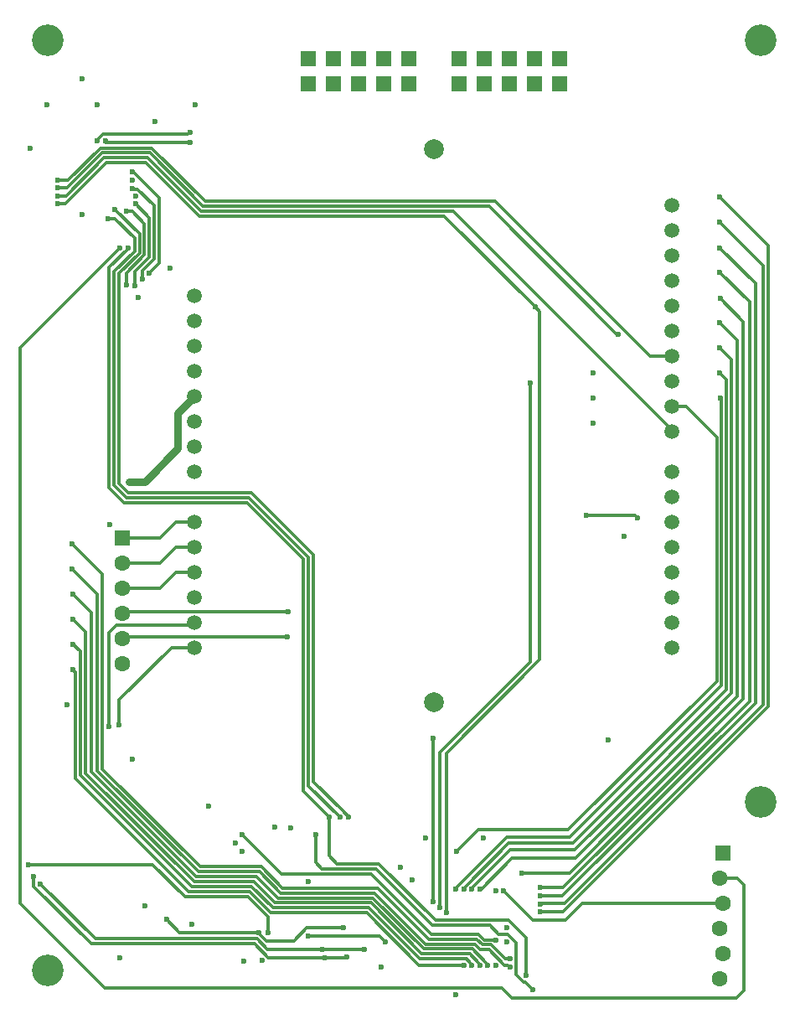
<source format=gbl>
G04*
G04 #@! TF.GenerationSoftware,Altium Limited,Altium Designer,19.0.14 (431)*
G04*
G04 Layer_Physical_Order=4*
G04 Layer_Color=16711680*
%FSLAX44Y44*%
%MOMM*%
G71*
G01*
G75*
%ADD55C,0.3000*%
%ADD57C,0.8000*%
%ADD59R,1.6000X1.6000*%
%ADD60C,2.0000*%
%ADD61C,1.5000*%
%ADD62C,3.2000*%
%ADD63R,1.6000X1.6000*%
%ADD64C,1.6000*%
%ADD65C,0.6000*%
D55*
X501488Y45118D02*
X504324D01*
X485740Y60866D02*
X501488Y45118D01*
X506621Y51633D02*
X506636Y51618D01*
X513136Y35686D02*
Y68328D01*
X502044Y51633D02*
X506621D01*
X487811Y65866D02*
X502044Y51633D01*
X476278Y45136D02*
Y45948D01*
X468278Y45136D02*
Y45948D01*
X465970Y56636D02*
X474778Y47828D01*
Y47448D02*
Y47828D01*
Y47448D02*
X476278Y45948D01*
X468970Y61636D02*
X482778Y47828D01*
X476811Y60866D02*
X485740D01*
X471041Y66636D02*
X476811Y60866D01*
X478882Y65866D02*
X487811D01*
X473112Y71636D02*
X478882Y65866D01*
X480953Y70866D02*
X492216D01*
X475183Y76636D02*
X480953Y70866D01*
X484278Y45136D02*
Y45948D01*
X486850Y85424D02*
X495472Y76802D01*
X504662D01*
X715780Y331986D02*
Y578858D01*
X565658Y181864D02*
X715780Y331986D01*
X474472Y181864D02*
X565658D01*
X449674Y807118D02*
X670400Y586392D01*
Y584190D02*
Y586392D01*
Y609590D02*
X685048D01*
X715780Y578858D01*
X72486Y237642D02*
X185574Y124554D01*
X267154Y103190D02*
X364039D01*
X78072Y239127D02*
X187645Y129554D01*
X269449Y108190D02*
X366110D01*
X83914Y240356D02*
X189716Y134554D01*
X272159Y113190D02*
X368181D01*
X89756Y241585D02*
X191787Y139554D01*
X275007Y118190D02*
X370252D01*
X95090Y243322D02*
X193858Y144554D01*
X277078Y123190D02*
X373634D01*
X255715Y144554D02*
X277078Y123190D01*
X193858Y144554D02*
X255715D01*
X253643Y139554D02*
X275007Y118190D01*
X191787Y139554D02*
X253643D01*
X250795Y134554D02*
X272159Y113190D01*
X189716Y134554D02*
X250795D01*
X248085Y129554D02*
X269449Y108190D01*
X187645Y129554D02*
X248085D01*
X245790Y124554D02*
X267154Y103190D01*
X185574Y124554D02*
X245790D01*
X614680Y683006D02*
X616204D01*
X485568Y812118D02*
X614680Y683006D01*
X116922Y512826D02*
X241046D01*
X101848Y527900D02*
Y750008D01*
X118993Y517826D02*
X243117D01*
X106848Y529971D02*
Y746200D01*
X101848Y527900D02*
X116922Y512826D01*
X106848Y529971D02*
X118993Y517826D01*
X121064Y522826D02*
X245188D01*
X111848Y532042D02*
X121064Y522826D01*
X111848Y532042D02*
Y744129D01*
X128364Y814314D02*
X142404Y800274D01*
Y760543D02*
Y800274D01*
X137404Y762614D02*
Y794100D01*
X124810Y806694D02*
X137404Y794100D01*
X119220Y806694D02*
X124810D01*
X127404Y766757D02*
Y779630D01*
X107696Y799338D02*
X127404Y779630D01*
X100838Y799338D02*
X107696D01*
X243719Y119554D02*
X265083Y98190D01*
X182028Y119554D02*
X243719D01*
X67404Y234178D02*
X182028Y119554D01*
X241648Y114554D02*
X262128Y94074D01*
X178148Y114554D02*
X241648D01*
X145636Y147066D02*
X178148Y114554D01*
X736640Y133056D02*
X743204Y126492D01*
Y19812D02*
Y126492D01*
X735330Y11938D02*
X743204Y19812D01*
X767765Y306438D02*
Y772321D01*
X718914Y821173D02*
X767765Y772321D01*
X308356Y230632D02*
X337416Y201572D01*
X107696Y808736D02*
X132404Y784028D01*
X106848Y746200D02*
X127404Y766757D01*
X152404Y754280D02*
Y820542D01*
X147404Y758472D02*
Y812726D01*
X265083Y98190D02*
X361968D01*
X303356Y226488D02*
X334772Y195072D01*
X303356Y226488D02*
Y457587D01*
X243117Y517826D02*
X303356Y457587D01*
X245188Y522826D02*
X308356Y459658D01*
X111848Y744129D02*
X132404Y764685D01*
X308356Y230632D02*
Y459658D01*
X298196Y221234D02*
Y455676D01*
X241046Y512826D02*
X298196Y455676D01*
X371174Y142668D02*
X428418Y85424D01*
X261595Y61076D02*
X359632D01*
X262524Y53076D02*
X341724D01*
X25400Y124666D02*
X83334Y66732D01*
X248868D01*
X262524Y53076D01*
X504662Y76802D02*
X513136Y68328D01*
Y35686D02*
X520525Y28297D01*
X522117D01*
X529844Y20570D01*
X126120Y846826D02*
X152404Y820542D01*
X125570Y846826D02*
X126120D01*
X130642Y829488D02*
X147404Y812726D01*
X125632Y829488D02*
X130642D01*
X125058Y830062D02*
X125632Y829488D01*
X343865Y195123D02*
Y195172D01*
Y195123D02*
X343916Y195072D01*
X428418Y85424D02*
X486850D01*
X101848Y750008D02*
X120904Y769064D01*
Y769874D01*
X32258Y127000D02*
X87526Y71732D01*
X250939D01*
X261595Y61076D01*
X25400Y124666D02*
Y134874D01*
X337464Y201572D02*
X343865Y195172D01*
X301244Y82804D02*
X338836D01*
X288290Y69850D02*
X301244Y82804D01*
X260584Y69850D02*
X288290D01*
X254738Y75696D02*
X260584Y69850D01*
X254738Y75696D02*
Y75920D01*
X253238Y77420D02*
X254738Y75920D01*
X253238Y77420D02*
Y78232D01*
X452882Y160274D02*
X474472Y181864D01*
X19812Y147066D02*
X145636D01*
X12042Y107338D02*
Y669394D01*
Y107338D02*
X97282Y22098D01*
X12042Y669394D02*
X112776Y770128D01*
X527050Y351241D02*
Y633222D01*
X435864Y260055D02*
X527050Y351241D01*
X532384Y710184D02*
X536702Y705866D01*
X435864Y103378D02*
Y260055D01*
X440450Y802118D02*
X532384Y710184D01*
X98806Y855980D02*
X138684D01*
X192546Y802118D01*
X57346Y814520D02*
X98806Y855980D01*
X192546Y802118D02*
X440450D01*
X49422Y814520D02*
X57346D01*
X442468Y98552D02*
Y259588D01*
X380586Y68570D02*
Y68824D01*
X374998Y74412D02*
X380586Y68824D01*
X302862Y74412D02*
X374998D01*
X536702Y353822D02*
Y705866D01*
X442468Y259588D02*
X536702Y353822D01*
X429260Y109220D02*
Y262382D01*
X429514Y262636D01*
Y274828D01*
X324104Y155702D02*
X332138Y147668D01*
X324104Y155702D02*
Y195326D01*
X332138Y147668D02*
X374048D01*
X431292Y90424D01*
X316818Y142668D02*
X371174D01*
X431292Y90424D02*
X505592D01*
X522986Y73030D01*
Y35028D02*
Y73030D01*
X427554Y76636D02*
X475183D01*
X425188Y71636D02*
X473112D01*
X421806Y66636D02*
X471041D01*
X419735Y61636D02*
X468970D01*
X417664Y56636D02*
X465970D01*
X462970Y51636D02*
X466778Y47828D01*
X415593Y51636D02*
X462970D01*
X364039Y103190D02*
X415593Y51636D01*
X366110Y108190D02*
X417664Y56636D01*
X368181Y113190D02*
X419735Y61636D01*
X370252Y118190D02*
X421806Y66636D01*
X373634Y123190D02*
X425188Y71636D01*
X366522Y137668D02*
X427554Y76636D01*
X310388Y149098D02*
Y176784D01*
Y149098D02*
X316818Y142668D01*
X415022Y45136D02*
X460278D01*
X361968Y98190D02*
X415022Y45136D01*
X275590Y137668D02*
X366522D01*
X506898Y161788D02*
X572610D01*
X469778Y124668D02*
X506898Y161788D01*
X670400Y584190D02*
X671365Y585155D01*
X466778Y47448D02*
Y47828D01*
Y47448D02*
X468278Y45948D01*
X482778Y47448D02*
Y47828D01*
X508508Y11938D02*
X735330D01*
X498348Y22098D02*
X508508Y11938D01*
X97282Y22098D02*
X498348D01*
X504324Y45118D02*
X505824Y43618D01*
X506636D01*
X482778Y47448D02*
X484278Y45948D01*
X236474Y176784D02*
X275590Y137668D01*
X718914Y133056D02*
X736640D01*
X142334Y744210D02*
X152404Y754280D01*
X135730Y746798D02*
X147404Y758472D01*
X128110Y746249D02*
X142404Y760543D01*
X119220Y744430D02*
X137404Y762614D01*
X132404Y764685D02*
Y784028D01*
X135730Y738114D02*
Y746798D01*
X128110Y732018D02*
Y746249D01*
X119220Y732272D02*
Y744430D01*
X112014Y313182D02*
X164582Y365750D01*
X112014Y288290D02*
Y313182D01*
X101346Y286512D02*
X101600Y286258D01*
X95090Y243322D02*
Y440426D01*
X89756Y241585D02*
Y420360D01*
X83914Y240356D02*
Y401818D01*
X164582Y365750D02*
X187800D01*
X108966Y388620D02*
X180043D01*
X180277Y388854D01*
X185504D01*
X187800Y391150D01*
X101346Y381000D02*
X108966Y388620D01*
X101346Y286512D02*
Y381000D01*
X262128Y77978D02*
Y94074D01*
X298196Y221234D02*
X324104Y195326D01*
X337416Y201572D02*
X337464D01*
X116758Y402150D02*
X282702D01*
X635403Y496814D02*
X636110D01*
X632853Y499364D02*
X635403Y496814D01*
X584200Y499364D02*
X632853D01*
X282702Y402150D02*
X282956D01*
X116758Y376750D02*
X281686D01*
X500380Y120396D02*
Y120650D01*
Y120396D02*
X530098Y90678D01*
X562815D01*
X579793Y107656D01*
X722089D01*
X140755Y860980D02*
X194617Y807118D01*
X142826Y865980D02*
X196688Y812118D01*
X194617Y807118D02*
X449674D01*
X196688Y812118D02*
X485568D01*
X491998Y817118D02*
X648726Y660390D01*
X198759Y817118D02*
X491998D01*
X144897Y870980D02*
X198759Y817118D01*
X648726Y660390D02*
X670400D01*
X92593Y870980D02*
X144897D01*
X60133Y838520D02*
X92593Y870980D01*
X49422Y838520D02*
X60133D01*
X94664Y865980D02*
X142826D01*
X59204Y830520D02*
X94664Y865980D01*
X49422Y830520D02*
X59204D01*
X96735Y860980D02*
X140755D01*
X58275Y822520D02*
X96735Y860980D01*
X49422Y822520D02*
X58275D01*
X172930Y78232D02*
X253238D01*
X159606Y91556D02*
X172930Y78232D01*
X89756Y878322D02*
Y878878D01*
X95446Y884568D01*
X180788D01*
X182924Y886704D01*
X183736D01*
X98392Y876544D02*
X183736D01*
X98138Y876290D02*
X98392Y876544D01*
X98138Y876290D02*
Y878068D01*
X64356Y445760D02*
X89756Y420360D01*
X65372D02*
X83914Y401818D01*
X78072Y239127D02*
Y382260D01*
X65372Y394960D02*
X78072Y382260D01*
X65372Y369560D02*
X72486Y362446D01*
Y237642D02*
Y362446D01*
X65372Y343348D02*
X67404Y341316D01*
X65372Y343348D02*
Y344160D01*
X67404Y234178D02*
Y341316D01*
X115156Y476748D02*
X153510D01*
X169512Y492750D02*
X187800D01*
X153510Y476748D02*
X169512Y492750D01*
X115156Y451348D02*
X153510D01*
X169512Y467350D02*
X187800D01*
X153510Y451348D02*
X169512Y467350D01*
X153510Y425948D02*
X169512Y441950D01*
X187800D01*
X115156Y425948D02*
X153510D01*
X115156Y400548D02*
X116758Y402150D01*
X115156Y375148D02*
X116758Y376750D01*
X64356Y471160D02*
X95090Y440426D01*
X537812Y99178D02*
X560505D01*
X767765Y306438D01*
X537050Y107432D02*
X561688D01*
X762765Y308509D02*
Y751921D01*
X561688Y107432D02*
X762765Y308509D01*
X718914Y795772D02*
X762765Y751921D01*
X755308Y710174D02*
X755308Y314045D01*
X754800Y734232D02*
X755308Y710174D01*
X718914Y770118D02*
X754800Y734232D01*
X537812Y115306D02*
X559767D01*
X537050D02*
X537812D01*
X559767D02*
X754800Y310340D01*
X755308Y314045D01*
X537812Y123556D02*
X560153D01*
X560275Y123434D01*
X536796Y107178D02*
X537050Y107432D01*
X748795Y715345D02*
X748795Y312827D01*
X718914Y745226D02*
X748795Y715345D01*
X748795Y311955D02*
Y312827D01*
X560275Y123434D02*
X748795Y311955D01*
X742790Y695696D02*
X742790Y314442D01*
X566768Y138420D02*
X742790Y314442D01*
X519270Y138420D02*
X566768D01*
X736785Y676301D02*
X736785Y319776D01*
Y316565D02*
Y319776D01*
X573372Y153152D02*
X736785Y316565D01*
X509110Y153152D02*
X573372D01*
X572610Y161788D02*
X655160Y244338D01*
X570578Y168392D02*
X725780Y323594D01*
X505502Y168392D02*
X570578D01*
X461778Y124668D02*
X505502Y168392D01*
X503776Y174996D02*
X567530D01*
X453778Y124998D02*
X503776Y174996D01*
X453778Y124288D02*
Y124998D01*
X452278Y122788D02*
X453778Y124288D01*
X452278Y121976D02*
Y122788D01*
X461778Y124288D02*
Y124668D01*
X460278Y122788D02*
X461778Y124288D01*
X460278Y121976D02*
Y122788D01*
X655160Y244338D02*
X730780Y319958D01*
X469778Y124288D02*
Y124668D01*
X468278Y122788D02*
X469778Y124288D01*
X468278Y121976D02*
Y122788D01*
X476278Y121976D02*
X476786D01*
X477360Y121402D01*
X509110Y153152D01*
X730780Y319958D02*
Y656906D01*
X725780Y323594D02*
Y636506D01*
X720780Y328246D02*
Y616360D01*
X719168Y617972D02*
X720780Y616360D01*
X567530Y174996D02*
X720780Y328246D01*
X718914Y643372D02*
X725780Y636506D01*
X718914Y668772D02*
X730780Y656906D01*
X718914Y694172D02*
X736785Y676301D01*
X719168Y719318D02*
X742790Y695696D01*
X359632Y61076D02*
X359758Y60950D01*
X341724Y53076D02*
X342232Y53584D01*
D57*
X170942Y567182D02*
Y602892D01*
X187800Y619750D01*
X137668Y533908D02*
X170942Y567182D01*
X121412Y533908D02*
X137668D01*
D59*
X404208Y960740D02*
D03*
X378808D02*
D03*
X353408D02*
D03*
X455008D02*
D03*
X480408D02*
D03*
X505808D02*
D03*
X302608D02*
D03*
X328008D02*
D03*
X556608D02*
D03*
X531208D02*
D03*
Y935340D02*
D03*
X556608D02*
D03*
X328008D02*
D03*
X302608D02*
D03*
X505808D02*
D03*
X480408D02*
D03*
X455008D02*
D03*
X353408D02*
D03*
X378808D02*
D03*
X404208D02*
D03*
D60*
X429608Y869940D02*
D03*
Y311140D02*
D03*
D61*
X187800Y492750D02*
D03*
Y467350D02*
D03*
Y441950D02*
D03*
Y416550D02*
D03*
Y391150D02*
D03*
Y365750D02*
D03*
X670400D02*
D03*
Y391150D02*
D03*
Y416550D02*
D03*
Y441950D02*
D03*
Y467350D02*
D03*
Y492750D02*
D03*
Y518150D02*
D03*
Y543550D02*
D03*
Y634990D02*
D03*
Y812790D02*
D03*
Y787390D02*
D03*
Y761990D02*
D03*
Y736590D02*
D03*
Y711190D02*
D03*
Y685790D02*
D03*
Y660390D02*
D03*
Y609590D02*
D03*
Y584190D02*
D03*
X187800Y721350D02*
D03*
Y695950D02*
D03*
Y670550D02*
D03*
Y645150D02*
D03*
Y619750D02*
D03*
Y594350D02*
D03*
Y568950D02*
D03*
Y543550D02*
D03*
D62*
X760000Y980000D02*
D03*
Y210000D02*
D03*
X40000Y40000D02*
D03*
Y980000D02*
D03*
D63*
X722089Y158456D02*
D03*
X115156Y476748D02*
D03*
D64*
X718914Y133056D02*
D03*
X722089Y107656D02*
D03*
X718914Y82256D02*
D03*
X722089Y56856D02*
D03*
X718914Y31456D02*
D03*
X115156Y451348D02*
D03*
Y425948D02*
D03*
Y400548D02*
D03*
Y375148D02*
D03*
Y349748D02*
D03*
D65*
X480060Y173482D02*
D03*
X421640D02*
D03*
X492278Y45136D02*
D03*
X506636Y51618D02*
D03*
X476278Y45136D02*
D03*
X468278D02*
D03*
X484278D02*
D03*
X492216Y70866D02*
D03*
X202438Y206270D02*
D03*
X64356Y445760D02*
D03*
X65372Y420360D02*
D03*
Y394960D02*
D03*
Y369560D02*
D03*
Y344160D02*
D03*
X616204Y683006D02*
D03*
X64356Y471160D02*
D03*
X131147Y720160D02*
D03*
X121412Y533908D02*
D03*
X338836Y82804D02*
D03*
X452882Y160274D02*
D03*
X19812Y147066D02*
D03*
X606220Y272876D02*
D03*
X622218Y478796D02*
D03*
X591056Y643367D02*
D03*
Y617966D02*
D03*
X590802Y592574D02*
D03*
X527050Y633222D02*
D03*
X435864Y103378D02*
D03*
X532384Y710184D02*
D03*
X49422Y814520D02*
D03*
X442468Y98552D02*
D03*
X302862Y74412D02*
D03*
X380586Y68570D02*
D03*
X429514Y274828D02*
D03*
X429260Y109220D02*
D03*
X310388Y176784D02*
D03*
X529844Y20570D02*
D03*
X522986Y35028D02*
D03*
X407924Y131064D02*
D03*
X112776Y770128D02*
D03*
X120904Y769874D02*
D03*
X101600Y286258D02*
D03*
X112014Y288290D02*
D03*
X125570Y252984D02*
D03*
X262128Y77978D02*
D03*
X25400Y134874D02*
D03*
X32258Y127000D02*
D03*
X163322Y749554D02*
D03*
X128624Y822314D02*
D03*
X100838Y799338D02*
D03*
X107696Y808736D02*
D03*
X343916Y195072D02*
D03*
X334772D02*
D03*
X324104Y195326D02*
D03*
X584200Y499364D02*
D03*
X282702Y402150D02*
D03*
X281686Y376750D02*
D03*
X500380Y120650D02*
D03*
X303022Y130048D02*
D03*
X396240Y144526D02*
D03*
X236474Y176784D02*
D03*
X59182Y308356D02*
D03*
X21844Y870204D02*
D03*
X38862Y914654D02*
D03*
X148336Y897636D02*
D03*
X49422Y838520D02*
D03*
Y830520D02*
D03*
Y822520D02*
D03*
X253238Y78232D02*
D03*
X159606Y91556D02*
D03*
X503692Y68580D02*
D03*
X137668Y104770D02*
D03*
X237998Y49530D02*
D03*
X89756Y878322D02*
D03*
X183736Y886704D02*
D03*
X98138Y878068D02*
D03*
X183736Y876544D02*
D03*
X188816Y914898D02*
D03*
X74008Y941060D02*
D03*
X184950Y86604D02*
D03*
X125570Y846826D02*
D03*
X128364Y814314D02*
D03*
X128110Y732018D02*
D03*
X119220Y806694D02*
D03*
X90010Y914898D02*
D03*
X119220Y732272D02*
D03*
X142334Y744210D02*
D03*
X125058Y830062D02*
D03*
X135730Y738114D02*
D03*
X125058Y838696D02*
D03*
X74516Y803650D02*
D03*
X112870Y52568D02*
D03*
X636110Y496814D02*
D03*
X376268Y43678D02*
D03*
X506636Y43618D02*
D03*
X460278Y45136D02*
D03*
X101948Y490718D02*
D03*
X452218Y15484D02*
D03*
X492216Y120770D02*
D03*
X503522Y83302D02*
D03*
X537812Y99178D02*
D03*
X718914Y821173D02*
D03*
X537812Y115306D02*
D03*
Y123556D02*
D03*
Y107178D02*
D03*
X452278Y121976D02*
D03*
X460278D02*
D03*
X468278D02*
D03*
X476278D02*
D03*
X519270Y138420D02*
D03*
X719168Y617972D02*
D03*
X718914Y745226D02*
D03*
Y795772D02*
D03*
Y770118D02*
D03*
X719168Y719318D02*
D03*
X718914Y694172D02*
D03*
Y668772D02*
D03*
Y643372D02*
D03*
X317186Y61076D02*
D03*
X359758Y60950D02*
D03*
X319880Y53076D02*
D03*
X342232Y53584D02*
D03*
X256380Y50028D02*
D03*
X235804Y160520D02*
D03*
X269080Y184394D02*
D03*
X285082Y183632D02*
D03*
X229710Y168770D02*
D03*
M02*

</source>
